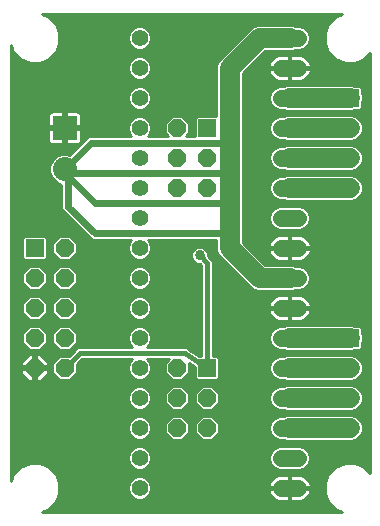
<source format=gbl>
G75*
%MOIN*%
%OFA0B0*%
%FSLAX24Y24*%
%IPPOS*%
%LPD*%
%AMOC8*
5,1,8,0,0,1.08239X$1,22.5*
%
%ADD10C,0.0560*%
%ADD11C,0.0560*%
%ADD12R,0.0800X0.0800*%
%ADD13C,0.0800*%
%ADD14R,0.0600X0.0600*%
%ADD15OC8,0.0600*%
%ADD16C,0.0100*%
%ADD17C,0.0160*%
%ADD18C,0.0337*%
%ADD19C,0.0660*%
%ADD20C,0.0240*%
D10*
X005150Y001650D03*
X005150Y002650D03*
X005150Y003650D03*
X005150Y004650D03*
X005150Y005650D03*
X005150Y006650D03*
X005150Y007650D03*
X005150Y008650D03*
X005150Y009650D03*
X005150Y010650D03*
X005150Y011650D03*
X005150Y012650D03*
X005150Y013650D03*
X005150Y014650D03*
X005150Y015650D03*
X005150Y016650D03*
D11*
X009870Y016650D02*
X010430Y016650D01*
X010430Y015650D02*
X009870Y015650D01*
X009870Y014650D02*
X010430Y014650D01*
X010430Y013650D02*
X009870Y013650D01*
X009870Y012650D02*
X010430Y012650D01*
X010430Y011650D02*
X009870Y011650D01*
X009870Y010650D02*
X010430Y010650D01*
X010430Y009650D02*
X009870Y009650D01*
X009870Y008650D02*
X010430Y008650D01*
X010430Y007650D02*
X009870Y007650D01*
X009870Y006650D02*
X010430Y006650D01*
X010430Y005650D02*
X009870Y005650D01*
X009870Y004650D02*
X010430Y004650D01*
X010430Y003650D02*
X009870Y003650D01*
X009870Y002650D02*
X010430Y002650D01*
X010430Y001650D02*
X009870Y001650D01*
D12*
X002650Y013650D03*
D13*
X002650Y012272D03*
D14*
X001650Y009650D03*
X007400Y005650D03*
X012150Y006650D03*
X007400Y013650D03*
X012150Y014650D03*
D15*
X012150Y013650D03*
X012150Y012650D03*
X012150Y011650D03*
X012150Y005650D03*
X012150Y004650D03*
X012150Y003650D03*
X007400Y003650D03*
X007400Y004650D03*
X006400Y004650D03*
X006400Y005650D03*
X006400Y003650D03*
X002650Y005650D03*
X002650Y006650D03*
X002650Y007650D03*
X002650Y008650D03*
X002650Y009650D03*
X001650Y008650D03*
X001650Y007650D03*
X001650Y006650D03*
X001650Y005650D03*
X006400Y011650D03*
X006400Y012650D03*
X006400Y013650D03*
X007400Y012650D03*
X007400Y011650D03*
D16*
X000850Y016413D02*
X000850Y001887D01*
X000946Y002120D01*
X001180Y002354D01*
X001485Y002480D01*
X001815Y002480D01*
X002120Y002354D01*
X002354Y002120D01*
X002480Y001815D01*
X002480Y001485D01*
X002354Y001180D01*
X002120Y000946D01*
X001887Y000850D01*
X011913Y000850D01*
X011680Y000946D01*
X011446Y001180D01*
X011320Y001485D01*
X011320Y001815D01*
X011446Y002120D01*
X011680Y002354D01*
X011985Y002480D01*
X012315Y002480D01*
X012620Y002354D01*
X012820Y002154D01*
X012820Y016146D01*
X012620Y015946D01*
X012315Y015820D01*
X011985Y015820D01*
X011680Y015946D01*
X011446Y016180D01*
X011320Y016485D01*
X011320Y016815D01*
X011446Y017120D01*
X011680Y017354D01*
X011903Y017446D01*
X001897Y017446D01*
X002120Y017354D01*
X002354Y017120D01*
X002480Y016815D01*
X002480Y016485D01*
X002354Y016180D01*
X002120Y015946D01*
X001815Y015820D01*
X001485Y015820D01*
X001180Y015946D01*
X000946Y016180D01*
X000850Y016413D01*
X000850Y016410D02*
X000851Y016410D01*
X000850Y016312D02*
X000892Y016312D01*
X000850Y016213D02*
X000933Y016213D01*
X001012Y016115D02*
X000850Y016115D01*
X000850Y016016D02*
X001110Y016016D01*
X001250Y015918D02*
X000850Y015918D01*
X000850Y015819D02*
X004798Y015819D01*
X004819Y015871D02*
X004760Y015728D01*
X004760Y015572D01*
X004819Y015429D01*
X004929Y015319D01*
X005072Y015260D01*
X005228Y015260D01*
X005371Y015319D01*
X005481Y015429D01*
X005540Y015572D01*
X005540Y015728D01*
X005481Y015871D01*
X005371Y015981D01*
X005228Y016040D01*
X005072Y016040D01*
X004929Y015981D01*
X004819Y015871D01*
X004866Y015918D02*
X002050Y015918D01*
X002190Y016016D02*
X005015Y016016D01*
X005072Y016260D02*
X005228Y016260D01*
X005371Y016319D01*
X005481Y016429D01*
X005540Y016572D01*
X005540Y016728D01*
X005481Y016871D01*
X005371Y016981D01*
X005228Y017040D01*
X005072Y017040D01*
X004929Y016981D01*
X004819Y016871D01*
X004760Y016728D01*
X004760Y016572D01*
X004819Y016429D01*
X004929Y016319D01*
X005072Y016260D01*
X004948Y016312D02*
X002408Y016312D01*
X002449Y016410D02*
X004838Y016410D01*
X004786Y016509D02*
X002480Y016509D01*
X002480Y016607D02*
X004760Y016607D01*
X004760Y016706D02*
X002480Y016706D01*
X002480Y016804D02*
X004792Y016804D01*
X004851Y016903D02*
X002444Y016903D01*
X002403Y017001D02*
X004978Y017001D01*
X005322Y017001D02*
X008879Y017001D01*
X008901Y017023D02*
X007901Y016023D01*
X007777Y015899D01*
X007710Y015738D01*
X007710Y014060D01*
X007054Y014060D01*
X006990Y013996D01*
X006990Y013380D01*
X006710Y013380D01*
X006810Y013480D01*
X006810Y013820D01*
X006570Y014060D01*
X006230Y014060D01*
X005990Y013820D01*
X005990Y013480D01*
X006090Y013380D01*
X005432Y013380D01*
X005481Y013429D01*
X005540Y013572D01*
X005540Y013728D01*
X005481Y013871D01*
X005371Y013981D01*
X005228Y014040D01*
X005072Y014040D01*
X004929Y013981D01*
X004819Y013871D01*
X004760Y013728D01*
X004760Y013572D01*
X004819Y013429D01*
X004868Y013380D01*
X003433Y013380D01*
X003298Y013245D01*
X002810Y012758D01*
X002751Y012782D01*
X002549Y012782D01*
X002361Y012704D01*
X002218Y012561D01*
X002140Y012373D01*
X002140Y012171D01*
X002218Y011983D01*
X002361Y011840D01*
X002542Y011765D01*
X002542Y010933D01*
X003420Y010055D01*
X003555Y009920D01*
X004868Y009920D01*
X004819Y009871D01*
X004760Y009728D01*
X004760Y009572D01*
X004819Y009429D01*
X004929Y009319D01*
X005072Y009260D01*
X005228Y009260D01*
X005371Y009319D01*
X005481Y009429D01*
X005540Y009572D01*
X005540Y009728D01*
X005481Y009871D01*
X005432Y009920D01*
X007710Y009920D01*
X007710Y009562D01*
X007777Y009401D01*
X007901Y009277D01*
X008777Y008401D01*
X008777Y008401D01*
X008901Y008277D01*
X009062Y008210D01*
X010238Y008210D01*
X010358Y008260D01*
X010508Y008260D01*
X010651Y008319D01*
X010761Y008429D01*
X010820Y008572D01*
X010820Y008728D01*
X010761Y008871D01*
X010651Y008981D01*
X010508Y009040D01*
X010358Y009040D01*
X010238Y009090D01*
X009332Y009090D01*
X008590Y009832D01*
X008590Y015468D01*
X009332Y016210D01*
X010238Y016210D01*
X010358Y016260D01*
X010508Y016260D01*
X010651Y016319D01*
X010761Y016429D01*
X010820Y016572D01*
X010820Y016728D01*
X010761Y016871D01*
X010651Y016981D01*
X010508Y017040D01*
X010358Y017040D01*
X010238Y017090D01*
X009062Y017090D01*
X008901Y017023D01*
X008780Y016903D02*
X005449Y016903D01*
X005508Y016804D02*
X008682Y016804D01*
X008583Y016706D02*
X005540Y016706D01*
X005540Y016607D02*
X008485Y016607D01*
X008386Y016509D02*
X005514Y016509D01*
X005462Y016410D02*
X008288Y016410D01*
X008189Y016312D02*
X005352Y016312D01*
X005285Y016016D02*
X007894Y016016D01*
X007992Y016115D02*
X002288Y016115D01*
X002367Y016213D02*
X008091Y016213D01*
X007795Y015918D02*
X005434Y015918D01*
X005502Y015819D02*
X007744Y015819D01*
X007710Y015721D02*
X005540Y015721D01*
X005540Y015622D02*
X007710Y015622D01*
X007710Y015524D02*
X005520Y015524D01*
X005477Y015425D02*
X007710Y015425D01*
X007710Y015327D02*
X005378Y015327D01*
X005249Y015031D02*
X007710Y015031D01*
X007710Y014933D02*
X005419Y014933D01*
X005371Y014981D02*
X005481Y014871D01*
X005540Y014728D01*
X005540Y014572D01*
X005481Y014429D01*
X005371Y014319D01*
X005228Y014260D01*
X005072Y014260D01*
X004929Y014319D01*
X004819Y014429D01*
X004760Y014572D01*
X004760Y014728D01*
X004819Y014871D01*
X004929Y014981D01*
X005072Y015040D01*
X005228Y015040D01*
X005371Y014981D01*
X005496Y014834D02*
X007710Y014834D01*
X007710Y014736D02*
X005537Y014736D01*
X005540Y014637D02*
X007710Y014637D01*
X007710Y014539D02*
X005526Y014539D01*
X005485Y014440D02*
X007710Y014440D01*
X007710Y014342D02*
X005393Y014342D01*
X005404Y013948D02*
X006118Y013948D01*
X006216Y014046D02*
X003200Y014046D01*
X003200Y014070D02*
X003190Y014108D01*
X003170Y014142D01*
X003142Y014170D01*
X003108Y014190D01*
X003070Y014200D01*
X002700Y014200D01*
X002700Y013700D01*
X002600Y013700D01*
X002600Y014200D01*
X002230Y014200D01*
X002192Y014190D01*
X002158Y014170D01*
X002130Y014142D01*
X002110Y014108D01*
X002100Y014070D01*
X002100Y013700D01*
X002600Y013700D01*
X002600Y013600D01*
X002700Y013600D01*
X002700Y013700D01*
X003200Y013700D01*
X003200Y014070D01*
X003168Y014145D02*
X007710Y014145D01*
X007710Y014243D02*
X000850Y014243D01*
X000850Y014145D02*
X002132Y014145D01*
X002100Y014046D02*
X000850Y014046D01*
X000850Y013948D02*
X002100Y013948D01*
X002100Y013849D02*
X000850Y013849D01*
X000850Y013751D02*
X002100Y013751D01*
X002100Y013600D02*
X002100Y013230D01*
X002110Y013192D01*
X002130Y013158D01*
X002158Y013130D01*
X002192Y013110D01*
X002230Y013100D01*
X002600Y013100D01*
X002600Y013600D01*
X002100Y013600D01*
X002100Y013554D02*
X000850Y013554D01*
X000850Y013652D02*
X002600Y013652D01*
X002600Y013554D02*
X002700Y013554D01*
X002700Y013600D02*
X002700Y013100D01*
X003070Y013100D01*
X003108Y013110D01*
X003142Y013130D01*
X003170Y013158D01*
X003190Y013192D01*
X003200Y013230D01*
X003200Y013600D01*
X002700Y013600D01*
X002700Y013652D02*
X004760Y013652D01*
X004768Y013554D02*
X003200Y013554D01*
X003200Y013455D02*
X004809Y013455D01*
X004770Y013751D02*
X003200Y013751D01*
X003200Y013849D02*
X004810Y013849D01*
X004896Y013948D02*
X003200Y013948D01*
X002700Y013948D02*
X002600Y013948D01*
X002600Y014046D02*
X002700Y014046D01*
X002700Y014145D02*
X002600Y014145D01*
X002600Y013849D02*
X002700Y013849D01*
X002700Y013751D02*
X002600Y013751D01*
X002600Y013455D02*
X002700Y013455D01*
X002700Y013357D02*
X002600Y013357D01*
X002600Y013258D02*
X002700Y013258D01*
X002700Y013160D02*
X002600Y013160D01*
X002509Y012766D02*
X000850Y012766D01*
X000850Y012864D02*
X002917Y012864D01*
X003015Y012963D02*
X000850Y012963D01*
X000850Y013061D02*
X003114Y013061D01*
X003171Y013160D02*
X003212Y013160D01*
X003200Y013258D02*
X003311Y013258D01*
X003298Y013245D02*
X003298Y013245D01*
X003200Y013357D02*
X003409Y013357D01*
X002818Y012766D02*
X002791Y012766D01*
X002324Y012667D02*
X000850Y012667D01*
X000850Y012569D02*
X002225Y012569D01*
X002180Y012470D02*
X000850Y012470D01*
X000850Y012372D02*
X002140Y012372D01*
X002140Y012273D02*
X000850Y012273D01*
X000850Y012175D02*
X002140Y012175D01*
X002179Y012076D02*
X000850Y012076D01*
X000850Y011978D02*
X002223Y011978D01*
X002322Y011879D02*
X000850Y011879D01*
X000850Y011781D02*
X002504Y011781D01*
X002542Y011682D02*
X000850Y011682D01*
X000850Y011584D02*
X002542Y011584D01*
X002542Y011485D02*
X000850Y011485D01*
X000850Y011387D02*
X002542Y011387D01*
X002542Y011288D02*
X000850Y011288D01*
X000850Y011190D02*
X002542Y011190D01*
X002542Y011091D02*
X000850Y011091D01*
X000850Y010993D02*
X002542Y010993D01*
X002581Y010894D02*
X000850Y010894D01*
X000850Y010796D02*
X002679Y010796D01*
X002778Y010697D02*
X000850Y010697D01*
X000850Y010599D02*
X002876Y010599D01*
X002975Y010500D02*
X000850Y010500D01*
X000850Y010402D02*
X003073Y010402D01*
X003172Y010303D02*
X000850Y010303D01*
X000850Y010205D02*
X003270Y010205D01*
X003369Y010106D02*
X000850Y010106D01*
X000850Y010008D02*
X001252Y010008D01*
X001240Y009996D02*
X001304Y010060D01*
X001996Y010060D01*
X002060Y009996D01*
X002060Y009304D01*
X001996Y009240D01*
X001304Y009240D01*
X001240Y009304D01*
X001240Y009996D01*
X001240Y009909D02*
X000850Y009909D01*
X000850Y009811D02*
X001240Y009811D01*
X001240Y009712D02*
X000850Y009712D01*
X000850Y009614D02*
X001240Y009614D01*
X001240Y009515D02*
X000850Y009515D01*
X000850Y009417D02*
X001240Y009417D01*
X001240Y009318D02*
X000850Y009318D01*
X000850Y009220D02*
X006937Y009220D01*
X006914Y009242D02*
X006992Y009164D01*
X007095Y009122D01*
X007160Y009122D01*
X007210Y009071D01*
X007210Y006060D01*
X007128Y006060D01*
X006771Y006298D01*
X006729Y006340D01*
X006708Y006340D01*
X006690Y006352D01*
X006631Y006340D01*
X005392Y006340D01*
X005481Y006429D01*
X005540Y006572D01*
X005540Y006728D01*
X005481Y006871D01*
X005371Y006981D01*
X005228Y007040D01*
X005072Y007040D01*
X004929Y006981D01*
X004819Y006871D01*
X004760Y006728D01*
X004760Y006572D01*
X004819Y006429D01*
X004908Y006340D01*
X003071Y006340D01*
X002960Y006229D01*
X002791Y006060D01*
X002480Y006060D01*
X002240Y005820D01*
X002240Y005480D01*
X002480Y005240D01*
X002820Y005240D01*
X003060Y005480D01*
X003060Y005791D01*
X003229Y005960D01*
X004908Y005960D01*
X004819Y005871D01*
X004760Y005728D01*
X004760Y005572D01*
X004819Y005429D01*
X004929Y005319D01*
X005072Y005260D01*
X005228Y005260D01*
X005371Y005319D01*
X005481Y005429D01*
X005540Y005572D01*
X005540Y005728D01*
X005481Y005871D01*
X005392Y005960D01*
X006130Y005960D01*
X005990Y005820D01*
X005990Y005480D01*
X006230Y005240D01*
X006570Y005240D01*
X006810Y005480D01*
X006810Y005815D01*
X006990Y005695D01*
X006990Y005304D01*
X007054Y005240D01*
X007746Y005240D01*
X007810Y005304D01*
X007810Y005996D01*
X007746Y006060D01*
X007590Y006060D01*
X007590Y009229D01*
X007428Y009390D01*
X007428Y009455D01*
X007386Y009558D01*
X007308Y009636D01*
X007205Y009678D01*
X007095Y009678D01*
X006992Y009636D01*
X006914Y009558D01*
X006872Y009455D01*
X006872Y009345D01*
X006914Y009242D01*
X006883Y009318D02*
X005368Y009318D01*
X005468Y009417D02*
X006872Y009417D01*
X006896Y009515D02*
X005516Y009515D01*
X005540Y009614D02*
X006970Y009614D01*
X007330Y009614D02*
X007710Y009614D01*
X007710Y009712D02*
X005540Y009712D01*
X005506Y009811D02*
X007710Y009811D01*
X007710Y009909D02*
X005443Y009909D01*
X004857Y009909D02*
X002971Y009909D01*
X003060Y009820D02*
X002820Y010060D01*
X002480Y010060D01*
X002240Y009820D01*
X002240Y009480D01*
X002480Y009240D01*
X002820Y009240D01*
X003060Y009480D01*
X003060Y009820D01*
X003060Y009811D02*
X004794Y009811D01*
X004760Y009712D02*
X003060Y009712D01*
X003060Y009614D02*
X004760Y009614D01*
X004784Y009515D02*
X003060Y009515D01*
X002996Y009417D02*
X004832Y009417D01*
X004932Y009318D02*
X002898Y009318D01*
X002820Y009060D02*
X002480Y009060D01*
X002240Y008820D01*
X002240Y008480D01*
X002480Y008240D01*
X002820Y008240D01*
X003060Y008480D01*
X003060Y008820D01*
X002820Y009060D01*
X002857Y009023D02*
X005030Y009023D01*
X005072Y009040D02*
X004929Y008981D01*
X004819Y008871D01*
X004760Y008728D01*
X004760Y008572D01*
X004819Y008429D01*
X004929Y008319D01*
X005072Y008260D01*
X005228Y008260D01*
X005371Y008319D01*
X005481Y008429D01*
X005540Y008572D01*
X005540Y008728D01*
X005481Y008871D01*
X005371Y008981D01*
X005228Y009040D01*
X005072Y009040D01*
X004872Y008924D02*
X002956Y008924D01*
X003054Y008826D02*
X004801Y008826D01*
X004760Y008727D02*
X003060Y008727D01*
X003060Y008629D02*
X004760Y008629D01*
X004778Y008530D02*
X003060Y008530D01*
X003011Y008432D02*
X004818Y008432D01*
X004915Y008333D02*
X002913Y008333D01*
X002820Y008060D02*
X002480Y008060D01*
X002240Y007820D01*
X002240Y007480D01*
X002480Y007240D01*
X002820Y007240D01*
X003060Y007480D01*
X003060Y007820D01*
X002820Y008060D01*
X002842Y008038D02*
X005066Y008038D01*
X005072Y008040D02*
X004929Y007981D01*
X004819Y007871D01*
X004760Y007728D01*
X004760Y007572D01*
X004819Y007429D01*
X004929Y007319D01*
X005072Y007260D01*
X005228Y007260D01*
X005371Y007319D01*
X005481Y007429D01*
X005540Y007572D01*
X005540Y007728D01*
X005481Y007871D01*
X005371Y007981D01*
X005228Y008040D01*
X005072Y008040D01*
X005234Y008038D02*
X007210Y008038D01*
X007210Y008136D02*
X000850Y008136D01*
X000850Y008038D02*
X001458Y008038D01*
X001480Y008060D02*
X001240Y007820D01*
X001240Y007480D01*
X001480Y007240D01*
X001820Y007240D01*
X002060Y007480D01*
X002060Y007820D01*
X001820Y008060D01*
X001480Y008060D01*
X001359Y007939D02*
X000850Y007939D01*
X000850Y007841D02*
X001261Y007841D01*
X001240Y007742D02*
X000850Y007742D01*
X000850Y007644D02*
X001240Y007644D01*
X001240Y007545D02*
X000850Y007545D01*
X000850Y007447D02*
X001274Y007447D01*
X001372Y007348D02*
X000850Y007348D01*
X000850Y007250D02*
X001471Y007250D01*
X001480Y007060D02*
X001240Y006820D01*
X001240Y006480D01*
X001480Y006240D01*
X001820Y006240D01*
X002060Y006480D01*
X002060Y006820D01*
X001820Y007060D01*
X001480Y007060D01*
X001473Y007053D02*
X000850Y007053D01*
X000850Y007151D02*
X007210Y007151D01*
X007210Y007053D02*
X002827Y007053D01*
X002820Y007060D02*
X002480Y007060D01*
X002240Y006820D01*
X002240Y006480D01*
X002480Y006240D01*
X002820Y006240D01*
X003060Y006480D01*
X003060Y006820D01*
X002820Y007060D01*
X002926Y006954D02*
X004902Y006954D01*
X004813Y006856D02*
X003024Y006856D01*
X003060Y006757D02*
X004772Y006757D01*
X004760Y006659D02*
X003060Y006659D01*
X003060Y006560D02*
X004765Y006560D01*
X004806Y006462D02*
X003041Y006462D01*
X002943Y006363D02*
X004885Y006363D01*
X004819Y005871D02*
X003139Y005871D01*
X003060Y005772D02*
X004778Y005772D01*
X004760Y005674D02*
X003060Y005674D01*
X003060Y005575D02*
X004760Y005575D01*
X004800Y005477D02*
X003056Y005477D01*
X002958Y005378D02*
X004870Y005378D01*
X005025Y005280D02*
X002859Y005280D01*
X002441Y005280D02*
X001916Y005280D01*
X001836Y005200D02*
X002100Y005464D01*
X002100Y005600D01*
X001700Y005600D01*
X001700Y005700D01*
X001600Y005700D01*
X001600Y006100D01*
X001464Y006100D01*
X001200Y005836D01*
X001200Y005700D01*
X001600Y005700D01*
X001600Y005600D01*
X001200Y005600D01*
X001200Y005464D01*
X001464Y005200D01*
X001600Y005200D01*
X001600Y005600D01*
X001700Y005600D01*
X001700Y005200D01*
X001836Y005200D01*
X001700Y005280D02*
X001600Y005280D01*
X001600Y005378D02*
X001700Y005378D01*
X001700Y005477D02*
X001600Y005477D01*
X001600Y005575D02*
X001700Y005575D01*
X001700Y005674D02*
X002240Y005674D01*
X002240Y005772D02*
X002100Y005772D01*
X002100Y005836D02*
X001836Y006100D01*
X001700Y006100D01*
X001700Y005700D01*
X002100Y005700D01*
X002100Y005836D01*
X002066Y005871D02*
X002291Y005871D01*
X002389Y005969D02*
X001967Y005969D01*
X001869Y006068D02*
X002799Y006068D01*
X002897Y006166D02*
X000850Y006166D01*
X000850Y006068D02*
X001431Y006068D01*
X001333Y005969D02*
X000850Y005969D01*
X000850Y005871D02*
X001234Y005871D01*
X001200Y005772D02*
X000850Y005772D01*
X000850Y005674D02*
X001600Y005674D01*
X001600Y005772D02*
X001700Y005772D01*
X001700Y005871D02*
X001600Y005871D01*
X001600Y005969D02*
X001700Y005969D01*
X001700Y006068D02*
X001600Y006068D01*
X001456Y006265D02*
X000850Y006265D01*
X000850Y006363D02*
X001357Y006363D01*
X001259Y006462D02*
X000850Y006462D01*
X000850Y006560D02*
X001240Y006560D01*
X001240Y006659D02*
X000850Y006659D01*
X000850Y006757D02*
X001240Y006757D01*
X001276Y006856D02*
X000850Y006856D01*
X000850Y006954D02*
X001374Y006954D01*
X001827Y007053D02*
X002473Y007053D01*
X002374Y006954D02*
X001926Y006954D01*
X002024Y006856D02*
X002276Y006856D01*
X002240Y006757D02*
X002060Y006757D01*
X002060Y006659D02*
X002240Y006659D01*
X002240Y006560D02*
X002060Y006560D01*
X002041Y006462D02*
X002259Y006462D01*
X002357Y006363D02*
X001943Y006363D01*
X001844Y006265D02*
X002456Y006265D01*
X002844Y006265D02*
X002996Y006265D01*
X002829Y007250D02*
X007210Y007250D01*
X007210Y007348D02*
X005400Y007348D01*
X005488Y007447D02*
X007210Y007447D01*
X007210Y007545D02*
X005529Y007545D01*
X005540Y007644D02*
X007210Y007644D01*
X007210Y007742D02*
X005534Y007742D01*
X005493Y007841D02*
X007210Y007841D01*
X007210Y007939D02*
X005413Y007939D01*
X005385Y008333D02*
X007210Y008333D01*
X007210Y008235D02*
X000850Y008235D01*
X000850Y008333D02*
X001387Y008333D01*
X001480Y008240D02*
X001820Y008240D01*
X002060Y008480D01*
X002060Y008820D01*
X001820Y009060D01*
X001480Y009060D01*
X001240Y008820D01*
X001240Y008480D01*
X001480Y008240D01*
X001289Y008432D02*
X000850Y008432D01*
X000850Y008530D02*
X001240Y008530D01*
X001240Y008629D02*
X000850Y008629D01*
X000850Y008727D02*
X001240Y008727D01*
X001246Y008826D02*
X000850Y008826D01*
X000850Y008924D02*
X001344Y008924D01*
X001443Y009023D02*
X000850Y009023D01*
X000850Y009121D02*
X007160Y009121D01*
X007210Y009023D02*
X005270Y009023D01*
X005428Y008924D02*
X007210Y008924D01*
X007210Y008826D02*
X005499Y008826D01*
X005540Y008727D02*
X007210Y008727D01*
X007210Y008629D02*
X005540Y008629D01*
X005522Y008530D02*
X007210Y008530D01*
X007210Y008432D02*
X005482Y008432D01*
X004887Y007939D02*
X002941Y007939D01*
X003039Y007841D02*
X004807Y007841D01*
X004766Y007742D02*
X003060Y007742D01*
X003060Y007644D02*
X004760Y007644D01*
X004771Y007545D02*
X003060Y007545D01*
X003026Y007447D02*
X004812Y007447D01*
X004900Y007348D02*
X002928Y007348D01*
X002471Y007250D02*
X001829Y007250D01*
X001928Y007348D02*
X002372Y007348D01*
X002274Y007447D02*
X002026Y007447D01*
X002060Y007545D02*
X002240Y007545D01*
X002240Y007644D02*
X002060Y007644D01*
X002060Y007742D02*
X002240Y007742D01*
X002261Y007841D02*
X002039Y007841D01*
X001941Y007939D02*
X002359Y007939D01*
X002458Y008038D02*
X001842Y008038D01*
X001913Y008333D02*
X002387Y008333D01*
X002289Y008432D02*
X002011Y008432D01*
X002060Y008530D02*
X002240Y008530D01*
X002240Y008629D02*
X002060Y008629D01*
X002060Y008727D02*
X002240Y008727D01*
X002246Y008826D02*
X002054Y008826D01*
X001956Y008924D02*
X002344Y008924D01*
X002443Y009023D02*
X001857Y009023D01*
X002060Y009318D02*
X002402Y009318D01*
X002304Y009417D02*
X002060Y009417D01*
X002060Y009515D02*
X002240Y009515D01*
X002240Y009614D02*
X002060Y009614D01*
X002060Y009712D02*
X002240Y009712D01*
X002240Y009811D02*
X002060Y009811D01*
X002060Y009909D02*
X002329Y009909D01*
X002428Y010008D02*
X002048Y010008D01*
X002872Y010008D02*
X003467Y010008D01*
X005398Y006954D02*
X007210Y006954D01*
X007210Y006856D02*
X005487Y006856D01*
X005528Y006757D02*
X007210Y006757D01*
X007210Y006659D02*
X005540Y006659D01*
X005535Y006560D02*
X007210Y006560D01*
X007210Y006462D02*
X005494Y006462D01*
X005415Y006363D02*
X007210Y006363D01*
X007210Y006265D02*
X006821Y006265D01*
X006969Y006166D02*
X007210Y006166D01*
X007210Y006068D02*
X007116Y006068D01*
X006874Y005772D02*
X006810Y005772D01*
X006810Y005674D02*
X006990Y005674D01*
X006990Y005575D02*
X006810Y005575D01*
X006806Y005477D02*
X006990Y005477D01*
X006990Y005378D02*
X006708Y005378D01*
X006609Y005280D02*
X007015Y005280D01*
X007154Y004984D02*
X006646Y004984D01*
X006570Y005060D02*
X006810Y004820D01*
X006810Y004480D01*
X006570Y004240D01*
X006230Y004240D01*
X005990Y004480D01*
X005990Y004820D01*
X006230Y005060D01*
X006570Y005060D01*
X006744Y004886D02*
X007056Y004886D01*
X006990Y004820D02*
X007230Y005060D01*
X007570Y005060D01*
X007810Y004820D01*
X007810Y004480D01*
X007570Y004240D01*
X007230Y004240D01*
X006990Y004480D01*
X006990Y004820D01*
X006990Y004787D02*
X006810Y004787D01*
X006810Y004689D02*
X006990Y004689D01*
X006990Y004590D02*
X006810Y004590D01*
X006810Y004492D02*
X006990Y004492D01*
X007077Y004393D02*
X006723Y004393D01*
X006624Y004295D02*
X007176Y004295D01*
X007230Y004060D02*
X006990Y003820D01*
X006990Y003480D01*
X007230Y003240D01*
X007570Y003240D01*
X007810Y003480D01*
X007810Y003820D01*
X007570Y004060D01*
X007230Y004060D01*
X007169Y003999D02*
X006631Y003999D01*
X006570Y004060D02*
X006230Y004060D01*
X005990Y003820D01*
X005990Y003480D01*
X006230Y003240D01*
X006570Y003240D01*
X006810Y003480D01*
X006810Y003820D01*
X006570Y004060D01*
X006729Y003901D02*
X007071Y003901D01*
X006990Y003802D02*
X006810Y003802D01*
X006810Y003704D02*
X006990Y003704D01*
X006990Y003605D02*
X006810Y003605D01*
X006810Y003507D02*
X006990Y003507D01*
X007062Y003408D02*
X006738Y003408D01*
X006639Y003310D02*
X007161Y003310D01*
X007639Y003310D02*
X009673Y003310D01*
X009649Y003319D02*
X009792Y003260D01*
X009942Y003260D01*
X010062Y003210D01*
X012238Y003210D01*
X012310Y003240D01*
X012320Y003240D01*
X012327Y003247D01*
X012399Y003277D01*
X012523Y003401D01*
X012553Y003473D01*
X012560Y003480D01*
X012560Y003490D01*
X012590Y003562D01*
X012590Y003738D01*
X012560Y003810D01*
X012560Y003820D01*
X012553Y003827D01*
X012523Y003899D01*
X012399Y004023D01*
X012327Y004053D01*
X012320Y004060D01*
X012310Y004060D01*
X012238Y004090D01*
X010062Y004090D01*
X009942Y004040D01*
X009792Y004040D01*
X009649Y003981D01*
X009539Y003871D01*
X009480Y003728D01*
X009480Y003572D01*
X009539Y003429D01*
X009649Y003319D01*
X009560Y003408D02*
X007738Y003408D01*
X007810Y003507D02*
X009507Y003507D01*
X009480Y003605D02*
X007810Y003605D01*
X007810Y003704D02*
X009480Y003704D01*
X009511Y003802D02*
X007810Y003802D01*
X007729Y003901D02*
X009569Y003901D01*
X009693Y003999D02*
X007631Y003999D01*
X007624Y004295D02*
X009709Y004295D01*
X009649Y004319D02*
X009792Y004260D01*
X009942Y004260D01*
X010062Y004210D01*
X012238Y004210D01*
X012310Y004240D01*
X012320Y004240D01*
X012327Y004247D01*
X012399Y004277D01*
X012523Y004401D01*
X012553Y004473D01*
X012560Y004480D01*
X012560Y004490D01*
X012590Y004562D01*
X012590Y004738D01*
X012560Y004810D01*
X012560Y004820D01*
X012553Y004827D01*
X012523Y004899D01*
X012399Y005023D01*
X012327Y005053D01*
X012320Y005060D01*
X012310Y005060D01*
X012238Y005090D01*
X010062Y005090D01*
X009942Y005040D01*
X009792Y005040D01*
X009649Y004981D01*
X009539Y004871D01*
X009480Y004728D01*
X009480Y004572D01*
X009539Y004429D01*
X009649Y004319D01*
X009575Y004393D02*
X007723Y004393D01*
X007810Y004492D02*
X009514Y004492D01*
X009480Y004590D02*
X007810Y004590D01*
X007810Y004689D02*
X009480Y004689D01*
X009505Y004787D02*
X007810Y004787D01*
X007744Y004886D02*
X009554Y004886D01*
X009657Y004984D02*
X007646Y004984D01*
X007785Y005280D02*
X009745Y005280D01*
X009792Y005260D02*
X009942Y005260D01*
X010062Y005210D01*
X012238Y005210D01*
X012310Y005240D01*
X012320Y005240D01*
X012327Y005247D01*
X012399Y005277D01*
X012523Y005401D01*
X012553Y005473D01*
X012560Y005480D01*
X012560Y005490D01*
X012590Y005562D01*
X012590Y005738D01*
X012560Y005810D01*
X012560Y005820D01*
X012553Y005827D01*
X012523Y005899D01*
X012399Y006023D01*
X012327Y006053D01*
X012320Y006060D01*
X012310Y006060D01*
X012238Y006090D01*
X010062Y006090D01*
X009942Y006040D01*
X009792Y006040D01*
X009649Y005981D01*
X009539Y005871D01*
X009480Y005728D01*
X009480Y005572D01*
X009539Y005429D01*
X009649Y005319D01*
X009792Y005260D01*
X009590Y005378D02*
X007810Y005378D01*
X007810Y005477D02*
X009520Y005477D01*
X009480Y005575D02*
X007810Y005575D01*
X007810Y005674D02*
X009480Y005674D01*
X009498Y005772D02*
X007810Y005772D01*
X007810Y005871D02*
X009539Y005871D01*
X009637Y005969D02*
X007810Y005969D01*
X007590Y006068D02*
X010008Y006068D01*
X010062Y006210D02*
X012238Y006210D01*
X012310Y006240D01*
X012496Y006240D01*
X012560Y006304D01*
X012560Y006490D01*
X012590Y006562D01*
X012590Y006738D01*
X012560Y006810D01*
X012560Y006996D01*
X012496Y007060D01*
X012310Y007060D01*
X012238Y007090D01*
X010062Y007090D01*
X009942Y007040D01*
X009792Y007040D01*
X009649Y006981D01*
X009539Y006871D01*
X009480Y006728D01*
X009480Y006572D01*
X009539Y006429D01*
X009649Y006319D01*
X009792Y006260D01*
X009942Y006260D01*
X010062Y006210D01*
X009782Y006265D02*
X007590Y006265D01*
X007590Y006363D02*
X009605Y006363D01*
X009526Y006462D02*
X007590Y006462D01*
X007590Y006560D02*
X009485Y006560D01*
X009480Y006659D02*
X007590Y006659D01*
X007590Y006757D02*
X009492Y006757D01*
X009533Y006856D02*
X007590Y006856D01*
X007590Y006954D02*
X009622Y006954D01*
X009711Y007250D02*
X007590Y007250D01*
X007590Y007348D02*
X009564Y007348D01*
X009542Y007370D02*
X009590Y007322D01*
X009645Y007282D01*
X009705Y007252D01*
X009769Y007231D01*
X009836Y007220D01*
X010121Y007220D01*
X010121Y007621D01*
X010179Y007621D01*
X010179Y007679D01*
X010121Y007679D01*
X010121Y008080D01*
X009836Y008080D01*
X009769Y008069D01*
X009705Y008048D01*
X009645Y008018D01*
X009590Y007978D01*
X009542Y007930D01*
X009502Y007875D01*
X009472Y007815D01*
X009451Y007751D01*
X009440Y007684D01*
X009440Y007679D01*
X010121Y007679D01*
X010121Y007621D01*
X009440Y007621D01*
X009440Y007616D01*
X009451Y007549D01*
X009472Y007485D01*
X009502Y007425D01*
X009542Y007370D01*
X009491Y007447D02*
X007590Y007447D01*
X007590Y007545D02*
X009452Y007545D01*
X009449Y007742D02*
X007590Y007742D01*
X007590Y007644D02*
X010121Y007644D01*
X010179Y007644D02*
X012820Y007644D01*
X012820Y007742D02*
X010851Y007742D01*
X010849Y007751D02*
X010828Y007815D01*
X010798Y007875D01*
X010758Y007930D01*
X010710Y007978D01*
X010655Y008018D01*
X010595Y008048D01*
X010531Y008069D01*
X010464Y008080D01*
X010179Y008080D01*
X010179Y007679D01*
X010860Y007679D01*
X010860Y007684D01*
X010849Y007751D01*
X010816Y007841D02*
X012820Y007841D01*
X012820Y007939D02*
X010749Y007939D01*
X010617Y008038D02*
X012820Y008038D01*
X012820Y008136D02*
X007590Y008136D01*
X007590Y008038D02*
X009683Y008038D01*
X009551Y007939D02*
X007590Y007939D01*
X007590Y007841D02*
X009484Y007841D01*
X009003Y008235D02*
X007590Y008235D01*
X007590Y008333D02*
X008845Y008333D01*
X008746Y008432D02*
X007590Y008432D01*
X007590Y008530D02*
X008648Y008530D01*
X008549Y008629D02*
X007590Y008629D01*
X007590Y008727D02*
X008451Y008727D01*
X008352Y008826D02*
X007590Y008826D01*
X007590Y008924D02*
X008254Y008924D01*
X008155Y009023D02*
X007590Y009023D01*
X007590Y009121D02*
X008057Y009121D01*
X007958Y009220D02*
X007590Y009220D01*
X007501Y009318D02*
X007860Y009318D01*
X007901Y009277D02*
X007901Y009277D01*
X007770Y009417D02*
X007428Y009417D01*
X007404Y009515D02*
X007730Y009515D01*
X008612Y009811D02*
X009470Y009811D01*
X009472Y009815D02*
X009451Y009751D01*
X009440Y009684D01*
X009440Y009679D01*
X010121Y009679D01*
X010121Y010080D01*
X009836Y010080D01*
X009769Y010069D01*
X009705Y010048D01*
X009645Y010018D01*
X009590Y009978D01*
X009542Y009930D01*
X009502Y009875D01*
X009472Y009815D01*
X009444Y009712D02*
X008710Y009712D01*
X008809Y009614D02*
X009440Y009614D01*
X009440Y009616D02*
X009451Y009549D01*
X009472Y009485D01*
X009502Y009425D01*
X009542Y009370D01*
X009590Y009322D01*
X009645Y009282D01*
X009705Y009252D01*
X009769Y009231D01*
X009836Y009220D01*
X010121Y009220D01*
X010121Y009621D01*
X010179Y009621D01*
X010179Y009679D01*
X010121Y009679D01*
X010121Y009621D01*
X009440Y009621D01*
X009440Y009616D01*
X009462Y009515D02*
X008907Y009515D01*
X009006Y009417D02*
X009508Y009417D01*
X009595Y009318D02*
X009104Y009318D01*
X009203Y009220D02*
X012820Y009220D01*
X012820Y009318D02*
X010705Y009318D01*
X010710Y009322D02*
X010758Y009370D01*
X010798Y009425D01*
X010828Y009485D01*
X010849Y009549D01*
X010860Y009616D01*
X010860Y009621D01*
X010179Y009621D01*
X010179Y009220D01*
X010464Y009220D01*
X010531Y009231D01*
X010595Y009252D01*
X010655Y009282D01*
X010710Y009322D01*
X010792Y009417D02*
X012820Y009417D01*
X012820Y009515D02*
X010838Y009515D01*
X010860Y009614D02*
X012820Y009614D01*
X012820Y009712D02*
X010856Y009712D01*
X010860Y009684D02*
X010849Y009751D01*
X010828Y009815D01*
X010798Y009875D01*
X010758Y009930D01*
X010710Y009978D01*
X010655Y010018D01*
X010595Y010048D01*
X010531Y010069D01*
X010464Y010080D01*
X010179Y010080D01*
X010179Y009679D01*
X010860Y009679D01*
X010860Y009684D01*
X010830Y009811D02*
X012820Y009811D01*
X012820Y009909D02*
X010773Y009909D01*
X010669Y010008D02*
X012820Y010008D01*
X012820Y010106D02*
X008590Y010106D01*
X008590Y010008D02*
X009631Y010008D01*
X009527Y009909D02*
X008590Y009909D01*
X008590Y010205D02*
X012820Y010205D01*
X012820Y010303D02*
X010611Y010303D01*
X010651Y010319D02*
X010508Y010260D01*
X009792Y010260D01*
X009649Y010319D01*
X009539Y010429D01*
X009480Y010572D01*
X009480Y010728D01*
X009539Y010871D01*
X009649Y010981D01*
X009792Y011040D01*
X010508Y011040D01*
X010651Y010981D01*
X010761Y010871D01*
X010820Y010728D01*
X010820Y010572D01*
X010761Y010429D01*
X010651Y010319D01*
X010733Y010402D02*
X012820Y010402D01*
X012820Y010500D02*
X010790Y010500D01*
X010820Y010599D02*
X012820Y010599D01*
X012820Y010697D02*
X010820Y010697D01*
X010792Y010796D02*
X012820Y010796D01*
X012820Y010894D02*
X010738Y010894D01*
X010622Y010993D02*
X012820Y010993D01*
X012820Y011091D02*
X008590Y011091D01*
X008590Y010993D02*
X009678Y010993D01*
X009562Y010894D02*
X008590Y010894D01*
X008590Y010796D02*
X009508Y010796D01*
X009480Y010697D02*
X008590Y010697D01*
X008590Y010599D02*
X009480Y010599D01*
X009510Y010500D02*
X008590Y010500D01*
X008590Y010402D02*
X009567Y010402D01*
X009689Y010303D02*
X008590Y010303D01*
X008590Y011190D02*
X012820Y011190D01*
X012820Y011288D02*
X012410Y011288D01*
X012399Y011277D02*
X012523Y011401D01*
X012553Y011473D01*
X012560Y011480D01*
X012560Y011490D01*
X012590Y011562D01*
X012590Y011738D01*
X012560Y011810D01*
X012560Y011820D01*
X012553Y011827D01*
X012523Y011899D01*
X012399Y012023D01*
X012327Y012053D01*
X012320Y012060D01*
X012310Y012060D01*
X012238Y012090D01*
X010062Y012090D01*
X009942Y012040D01*
X009792Y012040D01*
X009649Y011981D01*
X009539Y011871D01*
X009480Y011728D01*
X009480Y011572D01*
X009539Y011429D01*
X009649Y011319D01*
X009792Y011260D01*
X009942Y011260D01*
X010062Y011210D01*
X012238Y011210D01*
X012310Y011240D01*
X012320Y011240D01*
X012327Y011247D01*
X012399Y011277D01*
X012509Y011387D02*
X012820Y011387D01*
X012820Y011485D02*
X012560Y011485D01*
X012590Y011584D02*
X012820Y011584D01*
X012820Y011682D02*
X012590Y011682D01*
X012572Y011781D02*
X012820Y011781D01*
X012820Y011879D02*
X012531Y011879D01*
X012445Y011978D02*
X012820Y011978D01*
X012820Y012076D02*
X012271Y012076D01*
X012238Y012210D02*
X012310Y012240D01*
X012320Y012240D01*
X012327Y012247D01*
X012399Y012277D01*
X012523Y012401D01*
X012553Y012473D01*
X012560Y012480D01*
X012560Y012490D01*
X012590Y012562D01*
X012590Y012738D01*
X012560Y012810D01*
X012560Y012820D01*
X012553Y012827D01*
X012523Y012899D01*
X012399Y013023D01*
X012327Y013053D01*
X012320Y013060D01*
X012310Y013060D01*
X012238Y013090D01*
X010062Y013090D01*
X009942Y013040D01*
X009792Y013040D01*
X009649Y012981D01*
X009539Y012871D01*
X009480Y012728D01*
X009480Y012572D01*
X009539Y012429D01*
X009649Y012319D01*
X009792Y012260D01*
X009942Y012260D01*
X010062Y012210D01*
X012238Y012210D01*
X012390Y012273D02*
X012820Y012273D01*
X012820Y012175D02*
X008590Y012175D01*
X008590Y012273D02*
X009761Y012273D01*
X009597Y012372D02*
X008590Y012372D01*
X008590Y012470D02*
X009522Y012470D01*
X009482Y012569D02*
X008590Y012569D01*
X008590Y012667D02*
X009480Y012667D01*
X009496Y012766D02*
X008590Y012766D01*
X008590Y012864D02*
X009537Y012864D01*
X009631Y012963D02*
X008590Y012963D01*
X008590Y013061D02*
X009993Y013061D01*
X010062Y013210D02*
X012238Y013210D01*
X012310Y013240D01*
X012320Y013240D01*
X012327Y013247D01*
X012399Y013277D01*
X012523Y013401D01*
X012553Y013473D01*
X012560Y013480D01*
X012560Y013490D01*
X012590Y013562D01*
X012590Y013738D01*
X012560Y013810D01*
X012560Y013820D01*
X012553Y013827D01*
X012523Y013899D01*
X012399Y014023D01*
X012327Y014053D01*
X012320Y014060D01*
X012310Y014060D01*
X012238Y014090D01*
X010062Y014090D01*
X009942Y014040D01*
X009792Y014040D01*
X009649Y013981D01*
X009539Y013871D01*
X009480Y013728D01*
X009480Y013572D01*
X009539Y013429D01*
X009649Y013319D01*
X009792Y013260D01*
X009942Y013260D01*
X010062Y013210D01*
X009947Y013258D02*
X008590Y013258D01*
X008590Y013160D02*
X012820Y013160D01*
X012820Y013258D02*
X012353Y013258D01*
X012479Y013357D02*
X012820Y013357D01*
X012820Y013455D02*
X012545Y013455D01*
X012586Y013554D02*
X012820Y013554D01*
X012820Y013652D02*
X012590Y013652D01*
X012585Y013751D02*
X012820Y013751D01*
X012820Y013849D02*
X012544Y013849D01*
X012475Y013948D02*
X012820Y013948D01*
X012820Y014046D02*
X012344Y014046D01*
X012238Y014210D02*
X012310Y014240D01*
X012496Y014240D01*
X012560Y014304D01*
X012560Y014490D01*
X012590Y014562D01*
X012590Y014738D01*
X012560Y014810D01*
X012560Y014996D01*
X012496Y015060D01*
X012310Y015060D01*
X012238Y015090D01*
X010062Y015090D01*
X009942Y015040D01*
X009792Y015040D01*
X009649Y014981D01*
X009539Y014871D01*
X009480Y014728D01*
X009480Y014572D01*
X009539Y014429D01*
X009649Y014319D01*
X009792Y014260D01*
X009942Y014260D01*
X010062Y014210D01*
X012238Y014210D01*
X012499Y014243D02*
X012820Y014243D01*
X012820Y014145D02*
X008590Y014145D01*
X008590Y014243D02*
X009983Y014243D01*
X009956Y014046D02*
X008590Y014046D01*
X008590Y013948D02*
X009616Y013948D01*
X009530Y013849D02*
X008590Y013849D01*
X008590Y013751D02*
X009490Y013751D01*
X009480Y013652D02*
X008590Y013652D01*
X008590Y013554D02*
X009488Y013554D01*
X009529Y013455D02*
X008590Y013455D01*
X008590Y013357D02*
X009612Y013357D01*
X009627Y014342D02*
X008590Y014342D01*
X008590Y014440D02*
X009535Y014440D01*
X009494Y014539D02*
X008590Y014539D01*
X008590Y014637D02*
X009480Y014637D01*
X009483Y014736D02*
X008590Y014736D01*
X008590Y014834D02*
X009524Y014834D01*
X009601Y014933D02*
X008590Y014933D01*
X008590Y015031D02*
X009771Y015031D01*
X009785Y015228D02*
X008590Y015228D01*
X008590Y015130D02*
X012820Y015130D01*
X012820Y015228D02*
X010515Y015228D01*
X010531Y015231D02*
X010595Y015252D01*
X010655Y015282D01*
X010710Y015322D01*
X010758Y015370D01*
X010798Y015425D01*
X012820Y015425D01*
X012820Y015327D02*
X010715Y015327D01*
X010798Y015425D02*
X010828Y015485D01*
X010849Y015549D01*
X010860Y015616D01*
X010860Y015621D01*
X010179Y015621D01*
X010179Y015679D01*
X010121Y015679D01*
X010121Y016080D01*
X009836Y016080D01*
X009769Y016069D01*
X009705Y016048D01*
X009645Y016018D01*
X009590Y015978D01*
X009542Y015930D01*
X009502Y015875D01*
X009472Y015815D01*
X009451Y015751D01*
X009440Y015684D01*
X009440Y015679D01*
X010121Y015679D01*
X010121Y015621D01*
X010179Y015621D01*
X010179Y015220D01*
X010464Y015220D01*
X010531Y015231D01*
X010841Y015524D02*
X012820Y015524D01*
X012820Y015622D02*
X010179Y015622D01*
X010179Y015679D02*
X010860Y015679D01*
X010860Y015684D01*
X010849Y015751D01*
X010828Y015815D01*
X010798Y015875D01*
X010758Y015930D01*
X010710Y015978D01*
X010655Y016018D01*
X010595Y016048D01*
X010531Y016069D01*
X010464Y016080D01*
X010179Y016080D01*
X010179Y015679D01*
X010179Y015721D02*
X010121Y015721D01*
X010121Y015819D02*
X010179Y015819D01*
X010179Y015918D02*
X010121Y015918D01*
X010121Y016016D02*
X010179Y016016D01*
X010245Y016213D02*
X011433Y016213D01*
X011392Y016312D02*
X010632Y016312D01*
X010742Y016410D02*
X011351Y016410D01*
X011320Y016509D02*
X010794Y016509D01*
X010820Y016607D02*
X011320Y016607D01*
X011320Y016706D02*
X010820Y016706D01*
X010788Y016804D02*
X011320Y016804D01*
X011356Y016903D02*
X010729Y016903D01*
X010602Y017001D02*
X011397Y017001D01*
X011438Y017100D02*
X002362Y017100D01*
X002276Y017198D02*
X011524Y017198D01*
X011623Y017297D02*
X002177Y017297D01*
X002020Y017395D02*
X011780Y017395D01*
X011512Y016115D02*
X009237Y016115D01*
X009138Y016016D02*
X009642Y016016D01*
X009533Y015918D02*
X009040Y015918D01*
X008941Y015819D02*
X009474Y015819D01*
X009446Y015721D02*
X008843Y015721D01*
X008744Y015622D02*
X010121Y015622D01*
X010121Y015621D02*
X009440Y015621D01*
X009440Y015616D01*
X009451Y015549D01*
X009472Y015485D01*
X009502Y015425D01*
X008590Y015425D01*
X008590Y015327D02*
X009585Y015327D01*
X009590Y015322D02*
X009645Y015282D01*
X009705Y015252D01*
X009769Y015231D01*
X009836Y015220D01*
X010121Y015220D01*
X010121Y015621D01*
X010121Y015524D02*
X010179Y015524D01*
X010179Y015425D02*
X010121Y015425D01*
X010121Y015327D02*
X010179Y015327D01*
X010179Y015228D02*
X010121Y015228D01*
X009590Y015322D02*
X009542Y015370D01*
X009502Y015425D01*
X009459Y015524D02*
X008646Y015524D01*
X007710Y015228D02*
X000850Y015228D01*
X000850Y015130D02*
X007710Y015130D01*
X007040Y014046D02*
X006584Y014046D01*
X006682Y013948D02*
X006990Y013948D01*
X006990Y013849D02*
X006781Y013849D01*
X006810Y013751D02*
X006990Y013751D01*
X006990Y013652D02*
X006810Y013652D01*
X006810Y013554D02*
X006990Y013554D01*
X006990Y013455D02*
X006785Y013455D01*
X006015Y013455D02*
X005491Y013455D01*
X005532Y013554D02*
X005990Y013554D01*
X005990Y013652D02*
X005540Y013652D01*
X005530Y013751D02*
X005990Y013751D01*
X006019Y013849D02*
X005490Y013849D01*
X004907Y014342D02*
X000850Y014342D01*
X000850Y014440D02*
X004815Y014440D01*
X004774Y014539D02*
X000850Y014539D01*
X000850Y014637D02*
X004760Y014637D01*
X004763Y014736D02*
X000850Y014736D01*
X000850Y014834D02*
X004804Y014834D01*
X004881Y014933D02*
X000850Y014933D01*
X000850Y015031D02*
X005051Y015031D01*
X004922Y015327D02*
X000850Y015327D01*
X000850Y015425D02*
X004823Y015425D01*
X004780Y015524D02*
X000850Y015524D01*
X000850Y015622D02*
X004760Y015622D01*
X004760Y015721D02*
X000850Y015721D01*
X000850Y013455D02*
X002100Y013455D01*
X002100Y013357D02*
X000850Y013357D01*
X000850Y013258D02*
X002100Y013258D01*
X002129Y013160D02*
X000850Y013160D01*
X005481Y005871D02*
X006041Y005871D01*
X005990Y005772D02*
X005522Y005772D01*
X005540Y005674D02*
X005990Y005674D01*
X005990Y005575D02*
X005540Y005575D01*
X005500Y005477D02*
X005994Y005477D01*
X006092Y005378D02*
X005430Y005378D01*
X005275Y005280D02*
X006191Y005280D01*
X006154Y004984D02*
X005363Y004984D01*
X005371Y004981D02*
X005228Y005040D01*
X005072Y005040D01*
X004929Y004981D01*
X004819Y004871D01*
X004760Y004728D01*
X004760Y004572D01*
X004819Y004429D01*
X004929Y004319D01*
X005072Y004260D01*
X005228Y004260D01*
X005371Y004319D01*
X005481Y004429D01*
X005540Y004572D01*
X005540Y004728D01*
X005481Y004871D01*
X005371Y004981D01*
X005466Y004886D02*
X006056Y004886D01*
X005990Y004787D02*
X005515Y004787D01*
X005540Y004689D02*
X005990Y004689D01*
X005990Y004590D02*
X005540Y004590D01*
X005506Y004492D02*
X005990Y004492D01*
X006077Y004393D02*
X005445Y004393D01*
X005311Y004295D02*
X006176Y004295D01*
X006169Y003999D02*
X005327Y003999D01*
X005371Y003981D02*
X005228Y004040D01*
X005072Y004040D01*
X004929Y003981D01*
X004819Y003871D01*
X004760Y003728D01*
X004760Y003572D01*
X004819Y003429D01*
X004929Y003319D01*
X005072Y003260D01*
X005228Y003260D01*
X005371Y003319D01*
X005481Y003429D01*
X005540Y003572D01*
X005540Y003728D01*
X005481Y003871D01*
X005371Y003981D01*
X005451Y003901D02*
X006071Y003901D01*
X005990Y003802D02*
X005509Y003802D01*
X005540Y003704D02*
X005990Y003704D01*
X005990Y003605D02*
X005540Y003605D01*
X005513Y003507D02*
X005990Y003507D01*
X006062Y003408D02*
X005460Y003408D01*
X005347Y003310D02*
X006161Y003310D01*
X005481Y002871D02*
X005540Y002728D01*
X005540Y002572D01*
X005481Y002429D01*
X005371Y002319D01*
X005228Y002260D01*
X005072Y002260D01*
X004929Y002319D01*
X004819Y002429D01*
X004760Y002572D01*
X004760Y002728D01*
X004819Y002871D01*
X004929Y002981D01*
X005072Y003040D01*
X005228Y003040D01*
X005371Y002981D01*
X005481Y002871D01*
X005503Y002817D02*
X009517Y002817D01*
X009539Y002871D02*
X009480Y002728D01*
X009480Y002572D01*
X009539Y002429D01*
X009649Y002319D01*
X009792Y002260D01*
X010508Y002260D01*
X010651Y002319D01*
X010761Y002429D01*
X010820Y002572D01*
X010820Y002728D01*
X010761Y002871D01*
X010651Y002981D01*
X010508Y003040D01*
X009792Y003040D01*
X009649Y002981D01*
X009539Y002871D01*
X009584Y002916D02*
X005436Y002916D01*
X005290Y003014D02*
X009730Y003014D01*
X010060Y003211D02*
X000850Y003211D01*
X000850Y003113D02*
X012820Y003113D01*
X012820Y003211D02*
X012240Y003211D01*
X012432Y003310D02*
X012820Y003310D01*
X012820Y003408D02*
X012526Y003408D01*
X012567Y003507D02*
X012820Y003507D01*
X012820Y003605D02*
X012590Y003605D01*
X012590Y003704D02*
X012820Y003704D01*
X012820Y003802D02*
X012563Y003802D01*
X012522Y003901D02*
X012820Y003901D01*
X012820Y003999D02*
X012423Y003999D01*
X012417Y004295D02*
X012820Y004295D01*
X012820Y004393D02*
X012515Y004393D01*
X012561Y004492D02*
X012820Y004492D01*
X012820Y004590D02*
X012590Y004590D01*
X012590Y004689D02*
X012820Y004689D01*
X012820Y004787D02*
X012570Y004787D01*
X012529Y004886D02*
X012820Y004886D01*
X012820Y004984D02*
X012438Y004984D01*
X012402Y005280D02*
X012820Y005280D01*
X012820Y005378D02*
X012500Y005378D01*
X012556Y005477D02*
X012820Y005477D01*
X012820Y005575D02*
X012590Y005575D01*
X012590Y005674D02*
X012820Y005674D01*
X012820Y005772D02*
X012576Y005772D01*
X012535Y005871D02*
X012820Y005871D01*
X012820Y005969D02*
X012453Y005969D01*
X012292Y006068D02*
X012820Y006068D01*
X012820Y006166D02*
X007590Y006166D01*
X007590Y007053D02*
X009972Y007053D01*
X010121Y007250D02*
X010179Y007250D01*
X010179Y007220D02*
X010464Y007220D01*
X010531Y007231D01*
X010595Y007252D01*
X010655Y007282D01*
X010710Y007322D01*
X010758Y007370D01*
X010798Y007425D01*
X010828Y007485D01*
X010849Y007549D01*
X010860Y007616D01*
X010860Y007621D01*
X010179Y007621D01*
X010179Y007220D01*
X010179Y007348D02*
X010121Y007348D01*
X010121Y007447D02*
X010179Y007447D01*
X010179Y007545D02*
X010121Y007545D01*
X010121Y007742D02*
X010179Y007742D01*
X010179Y007841D02*
X010121Y007841D01*
X010121Y007939D02*
X010179Y007939D01*
X010179Y008038D02*
X010121Y008038D01*
X010297Y008235D02*
X012820Y008235D01*
X012820Y008333D02*
X010665Y008333D01*
X010762Y008432D02*
X012820Y008432D01*
X012820Y008530D02*
X010802Y008530D01*
X010820Y008629D02*
X012820Y008629D01*
X012820Y008727D02*
X010820Y008727D01*
X010779Y008826D02*
X012820Y008826D01*
X012820Y008924D02*
X010708Y008924D01*
X010550Y009023D02*
X012820Y009023D01*
X012820Y009121D02*
X009301Y009121D01*
X010121Y009318D02*
X010179Y009318D01*
X010179Y009417D02*
X010121Y009417D01*
X010121Y009515D02*
X010179Y009515D01*
X010179Y009614D02*
X010121Y009614D01*
X010121Y009712D02*
X010179Y009712D01*
X010179Y009811D02*
X010121Y009811D01*
X010121Y009909D02*
X010179Y009909D01*
X010179Y010008D02*
X010121Y010008D01*
X009725Y011288D02*
X008590Y011288D01*
X008590Y011387D02*
X009582Y011387D01*
X009516Y011485D02*
X008590Y011485D01*
X008590Y011584D02*
X009480Y011584D01*
X009480Y011682D02*
X008590Y011682D01*
X008590Y011781D02*
X009502Y011781D01*
X009547Y011879D02*
X008590Y011879D01*
X008590Y011978D02*
X009646Y011978D01*
X010029Y012076D02*
X008590Y012076D01*
X010854Y015721D02*
X012820Y015721D01*
X012820Y015819D02*
X010826Y015819D01*
X010767Y015918D02*
X011750Y015918D01*
X011610Y016016D02*
X010658Y016016D01*
X012550Y015918D02*
X012820Y015918D01*
X012820Y016016D02*
X012690Y016016D01*
X012788Y016115D02*
X012820Y016115D01*
X012820Y015031D02*
X012525Y015031D01*
X012560Y014933D02*
X012820Y014933D01*
X012820Y014834D02*
X012560Y014834D01*
X012590Y014736D02*
X012820Y014736D01*
X012820Y014637D02*
X012590Y014637D01*
X012580Y014539D02*
X012820Y014539D01*
X012820Y014440D02*
X012560Y014440D01*
X012560Y014342D02*
X012820Y014342D01*
X012820Y013061D02*
X012307Y013061D01*
X012460Y012963D02*
X012820Y012963D01*
X012820Y012864D02*
X012538Y012864D01*
X012578Y012766D02*
X012820Y012766D01*
X012820Y012667D02*
X012590Y012667D01*
X012590Y012569D02*
X012820Y012569D01*
X012820Y012470D02*
X012552Y012470D01*
X012494Y012372D02*
X012820Y012372D01*
X012820Y007545D02*
X010848Y007545D01*
X010809Y007447D02*
X012820Y007447D01*
X012820Y007348D02*
X010736Y007348D01*
X010589Y007250D02*
X012820Y007250D01*
X012820Y007151D02*
X007590Y007151D01*
X010044Y005083D02*
X000850Y005083D01*
X000850Y005181D02*
X012820Y005181D01*
X012820Y005083D02*
X012256Y005083D01*
X012820Y004196D02*
X000850Y004196D01*
X000850Y004098D02*
X012820Y004098D01*
X012820Y003014D02*
X010570Y003014D01*
X010716Y002916D02*
X012820Y002916D01*
X012820Y002817D02*
X010783Y002817D01*
X010820Y002719D02*
X012820Y002719D01*
X012820Y002620D02*
X010820Y002620D01*
X010799Y002522D02*
X012820Y002522D01*
X012820Y002423D02*
X012452Y002423D01*
X012649Y002325D02*
X012820Y002325D01*
X012820Y002226D02*
X012748Y002226D01*
X011848Y002423D02*
X010755Y002423D01*
X010656Y002325D02*
X011651Y002325D01*
X011552Y002226D02*
X002248Y002226D01*
X002346Y002128D02*
X011454Y002128D01*
X011409Y002029D02*
X010633Y002029D01*
X010655Y002018D02*
X010595Y002048D01*
X010531Y002069D01*
X010464Y002080D01*
X010179Y002080D01*
X010179Y001679D01*
X010121Y001679D01*
X010121Y002080D01*
X009836Y002080D01*
X009769Y002069D01*
X009705Y002048D01*
X009645Y002018D01*
X009590Y001978D01*
X009542Y001930D01*
X009502Y001875D01*
X009472Y001815D01*
X009451Y001751D01*
X009440Y001684D01*
X009440Y001679D01*
X010121Y001679D01*
X010121Y001621D01*
X010179Y001621D01*
X010179Y001679D01*
X010860Y001679D01*
X010860Y001684D01*
X010849Y001751D01*
X010828Y001815D01*
X010798Y001875D01*
X010758Y001930D01*
X010710Y001978D01*
X010655Y002018D01*
X010758Y001931D02*
X011368Y001931D01*
X011327Y001832D02*
X010820Y001832D01*
X010852Y001734D02*
X011320Y001734D01*
X011320Y001635D02*
X010179Y001635D01*
X010179Y001621D02*
X010860Y001621D01*
X010860Y001616D01*
X010849Y001549D01*
X010828Y001485D01*
X010798Y001425D01*
X010758Y001370D01*
X010710Y001322D01*
X010655Y001282D01*
X010595Y001252D01*
X010531Y001231D01*
X010464Y001220D01*
X010179Y001220D01*
X010179Y001621D01*
X010121Y001621D02*
X010121Y001220D01*
X009836Y001220D01*
X009769Y001231D01*
X009705Y001252D01*
X009645Y001282D01*
X009590Y001322D01*
X009542Y001370D01*
X009502Y001425D01*
X009472Y001485D01*
X009451Y001549D01*
X009440Y001616D01*
X009440Y001621D01*
X010121Y001621D01*
X010121Y001635D02*
X005540Y001635D01*
X005540Y001572D02*
X005481Y001429D01*
X005371Y001319D01*
X005228Y001260D01*
X005072Y001260D01*
X004929Y001319D01*
X004819Y001429D01*
X004760Y001572D01*
X004760Y001728D01*
X004819Y001871D01*
X004929Y001981D01*
X005072Y002040D01*
X005228Y002040D01*
X005371Y001981D01*
X005481Y001871D01*
X005540Y001728D01*
X005540Y001572D01*
X005525Y001537D02*
X009455Y001537D01*
X009495Y001438D02*
X005484Y001438D01*
X005391Y001340D02*
X009572Y001340D01*
X009737Y001241D02*
X002379Y001241D01*
X002420Y001340D02*
X004909Y001340D01*
X004816Y001438D02*
X002460Y001438D01*
X002480Y001537D02*
X004775Y001537D01*
X004760Y001635D02*
X002480Y001635D01*
X002480Y001734D02*
X004762Y001734D01*
X004803Y001832D02*
X002473Y001832D01*
X002432Y001931D02*
X004879Y001931D01*
X005046Y002029D02*
X002391Y002029D01*
X002149Y002325D02*
X004924Y002325D01*
X004825Y002423D02*
X001952Y002423D01*
X001348Y002423D02*
X000850Y002423D01*
X000850Y002325D02*
X001151Y002325D01*
X001052Y002226D02*
X000850Y002226D01*
X000850Y002128D02*
X000954Y002128D01*
X000909Y002029D02*
X000850Y002029D01*
X000850Y001931D02*
X000868Y001931D01*
X000850Y002522D02*
X004781Y002522D01*
X004760Y002620D02*
X000850Y002620D01*
X000850Y002719D02*
X004760Y002719D01*
X004797Y002817D02*
X000850Y002817D01*
X000850Y002916D02*
X004864Y002916D01*
X005010Y003014D02*
X000850Y003014D01*
X000850Y003310D02*
X004953Y003310D01*
X004840Y003408D02*
X000850Y003408D01*
X000850Y003507D02*
X004787Y003507D01*
X004760Y003605D02*
X000850Y003605D01*
X000850Y003704D02*
X004760Y003704D01*
X004791Y003802D02*
X000850Y003802D01*
X000850Y003901D02*
X004849Y003901D01*
X004973Y003999D02*
X000850Y003999D01*
X000850Y004295D02*
X004989Y004295D01*
X004855Y004393D02*
X000850Y004393D01*
X000850Y004492D02*
X004794Y004492D01*
X004760Y004590D02*
X000850Y004590D01*
X000850Y004689D02*
X004760Y004689D01*
X004785Y004787D02*
X000850Y004787D01*
X000850Y004886D02*
X004834Y004886D01*
X004937Y004984D02*
X000850Y004984D01*
X000850Y005280D02*
X001384Y005280D01*
X001286Y005378D02*
X000850Y005378D01*
X000850Y005477D02*
X001200Y005477D01*
X001200Y005575D02*
X000850Y005575D01*
X002014Y005378D02*
X002342Y005378D01*
X002244Y005477D02*
X002100Y005477D01*
X002100Y005575D02*
X002240Y005575D01*
X005376Y002325D02*
X009644Y002325D01*
X009545Y002423D02*
X005475Y002423D01*
X005519Y002522D02*
X009501Y002522D01*
X009480Y002620D02*
X005540Y002620D01*
X005540Y002719D02*
X009480Y002719D01*
X009667Y002029D02*
X005254Y002029D01*
X005421Y001931D02*
X009542Y001931D01*
X009480Y001832D02*
X005497Y001832D01*
X005538Y001734D02*
X009448Y001734D01*
X010121Y001734D02*
X010179Y001734D01*
X010179Y001832D02*
X010121Y001832D01*
X010121Y001931D02*
X010179Y001931D01*
X010179Y002029D02*
X010121Y002029D01*
X010121Y001537D02*
X010179Y001537D01*
X010179Y001438D02*
X010121Y001438D01*
X010121Y001340D02*
X010179Y001340D01*
X010179Y001241D02*
X010121Y001241D01*
X010563Y001241D02*
X011421Y001241D01*
X011380Y001340D02*
X010728Y001340D01*
X010805Y001438D02*
X011340Y001438D01*
X011320Y001537D02*
X010845Y001537D01*
X011484Y001143D02*
X002316Y001143D01*
X002218Y001044D02*
X011582Y001044D01*
X011682Y000946D02*
X002118Y000946D01*
X012520Y006265D02*
X012820Y006265D01*
X012820Y006363D02*
X012560Y006363D01*
X012560Y006462D02*
X012820Y006462D01*
X012820Y006560D02*
X012589Y006560D01*
X012590Y006659D02*
X012820Y006659D01*
X012820Y006757D02*
X012582Y006757D01*
X012560Y006856D02*
X012820Y006856D01*
X012820Y006954D02*
X012560Y006954D01*
X012503Y007053D02*
X012820Y007053D01*
D17*
X007400Y005650D02*
X007400Y009150D01*
X007150Y009400D01*
X006650Y006150D02*
X007400Y005650D01*
X006650Y006150D02*
X003150Y006150D01*
X002650Y005650D01*
D18*
X007150Y009400D03*
D19*
X008150Y009650D02*
X009150Y008650D01*
X010150Y008650D01*
X010150Y006650D02*
X012150Y006650D01*
X012150Y005650D02*
X010150Y005650D01*
X010150Y004650D02*
X012150Y004650D01*
X012150Y003650D02*
X010150Y003650D01*
X008150Y009650D02*
X008150Y010150D01*
X008150Y011150D01*
X008150Y012150D01*
X008150Y013150D01*
X008150Y015650D01*
X009150Y016650D01*
X010150Y016650D01*
X010150Y014650D02*
X012150Y014650D01*
X012150Y013650D02*
X010150Y013650D01*
X010150Y012650D02*
X012150Y012650D01*
X012150Y011650D02*
X010150Y011650D01*
D20*
X008150Y011150D02*
X003650Y011150D01*
X002650Y012150D01*
X002772Y012150D02*
X002650Y012272D01*
X003528Y013150D01*
X008150Y013150D01*
X008150Y012150D02*
X002772Y012150D01*
X002772Y011028D01*
X003650Y010150D01*
X008150Y010150D01*
M02*

</source>
